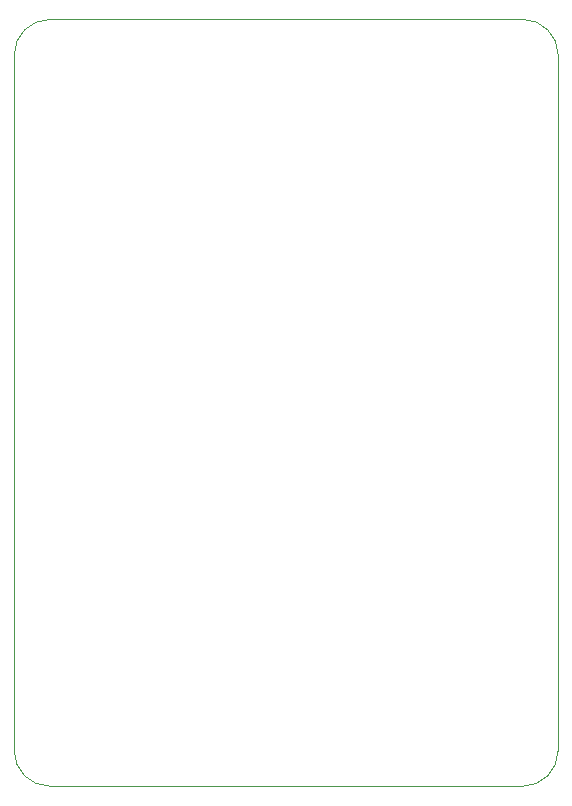
<source format=gbr>
%TF.GenerationSoftware,KiCad,Pcbnew,8.0.8*%
%TF.CreationDate,2025-02-25T22:54:27-05:00*%
%TF.ProjectId,TPI_v1,5450495f-7631-42e6-9b69-6361645f7063,rev?*%
%TF.SameCoordinates,Original*%
%TF.FileFunction,Profile,NP*%
%FSLAX46Y46*%
G04 Gerber Fmt 4.6, Leading zero omitted, Abs format (unit mm)*
G04 Created by KiCad (PCBNEW 8.0.8) date 2025-02-25 22:54:27*
%MOMM*%
%LPD*%
G01*
G04 APERTURE LIST*
%TA.AperFunction,Profile*%
%ADD10C,0.050000*%
%TD*%
%TA.AperFunction,Profile*%
%ADD11C,0.100000*%
%TD*%
G04 APERTURE END LIST*
D10*
X144525400Y-52552200D02*
G75*
G02*
X147525400Y-49552200I3000000J0D01*
G01*
D11*
X187575600Y-49552200D02*
G75*
G02*
X190575600Y-52552200I0J-3000000D01*
G01*
X147525400Y-114474600D02*
G75*
G02*
X144525400Y-111474600I0J3000000D01*
G01*
X190575600Y-111474600D02*
G75*
G02*
X187575600Y-114474600I-3000000J0D01*
G01*
X144525400Y-111474600D02*
X144525400Y-52552200D01*
X147525400Y-49552200D02*
X187575600Y-49552200D01*
X190575600Y-52552200D02*
X190575600Y-111474600D01*
X187575600Y-114474600D02*
X147525400Y-114474600D01*
M02*

</source>
